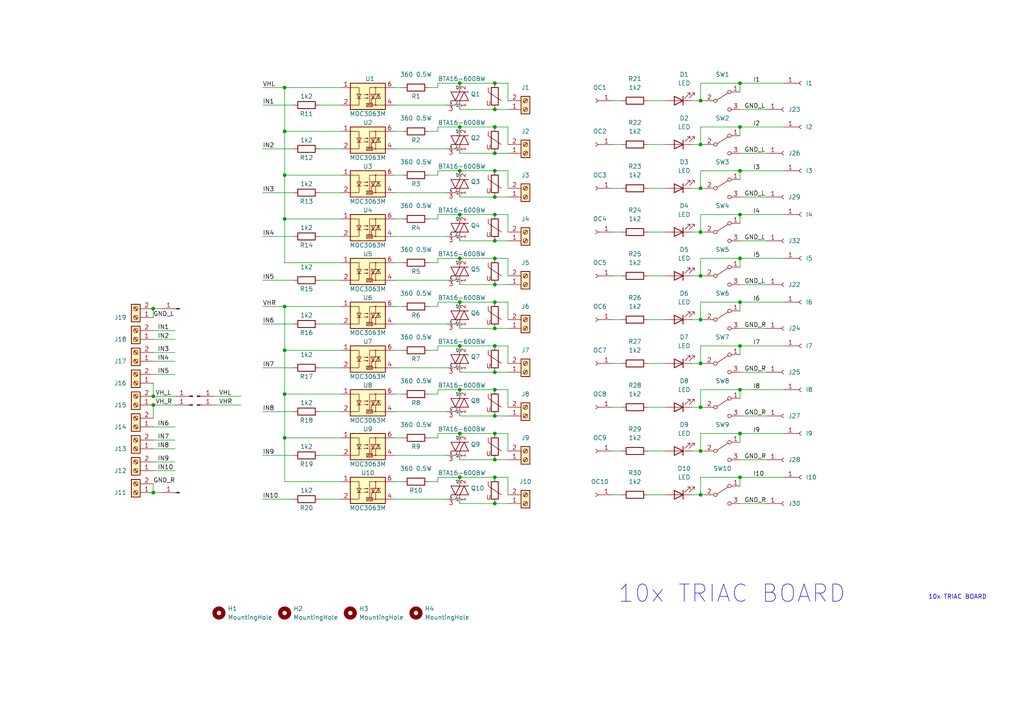
<source format=kicad_sch>
(kicad_sch (version 20211123) (generator eeschema)
  (paper "A4")
  (junction (at 143.51 62.23))
  (junction (at 214.63 62.23))
  (junction (at 143.51 107.95))
  (junction (at 214.63 36.83))
  (junction (at 203.2 118.11))
  (junction (at 44.45 117.475))
  (junction (at 143.51 133.35))
  (junction (at 214.63 125.73))
  (junction (at 143.51 95.25))
  (junction (at 143.51 69.85))
  (junction (at 44.45 89.535))
  (junction (at 133.35 24.13))
  (junction (at 82.55 50.8))
  (junction (at 214.63 74.93))
  (junction (at 133.35 36.83))
  (junction (at 133.35 138.43))
  (junction (at 143.51 146.05))
  (junction (at 133.35 100.33))
  (junction (at 203.2 67.31))
  (junction (at 214.63 49.53))
  (junction (at 203.2 92.71))
  (junction (at 214.63 87.63))
  (junction (at 44.45 142.875))
  (junction (at 203.2 80.01))
  (junction (at 82.55 114.3))
  (junction (at 82.55 127))
  (junction (at 133.35 62.23))
  (junction (at 214.63 113.03))
  (junction (at 143.51 82.55))
  (junction (at 143.51 138.43))
  (junction (at 143.51 113.03))
  (junction (at 133.35 87.63))
  (junction (at 203.2 130.81))
  (junction (at 82.55 63.5))
  (junction (at 82.55 101.6))
  (junction (at 143.51 31.75))
  (junction (at 214.63 138.43))
  (junction (at 143.51 36.83))
  (junction (at 143.51 100.33))
  (junction (at 203.2 143.51))
  (junction (at 203.2 54.61))
  (junction (at 214.63 100.33))
  (junction (at 143.51 120.65))
  (junction (at 203.2 29.21))
  (junction (at 203.2 41.91))
  (junction (at 133.35 49.53))
  (junction (at 143.51 74.93))
  (junction (at 82.55 25.4))
  (junction (at 143.51 24.13))
  (junction (at 143.51 44.45))
  (junction (at 44.45 114.935))
  (junction (at 133.35 113.03))
  (junction (at 143.51 125.73))
  (junction (at 143.51 49.53))
  (junction (at 82.55 38.1))
  (junction (at 203.2 105.41))
  (junction (at 143.51 57.15))
  (junction (at 214.63 24.13))
  (junction (at 143.51 87.63))
  (junction (at 133.35 74.93))
  (junction (at 133.35 125.73))
  (junction (at 82.55 88.9))
  (wire (pts (xy 143.51 133.35) (xy 147.32 133.35)))
  (wire (pts (xy 82.55 38.1) (xy 99.06 38.1)))
  (wire (pts (xy 214.63 74.93) (xy 203.2 74.93)))
  (wire (pts (xy 44.45 117.475) (xy 44.45 121.285)))
  (wire (pts (xy 127 49.53) (xy 133.35 49.53)))
  (wire (pts (xy 114.3 76.2) (xy 116.84 76.2)))
  (wire (pts (xy 127 36.83) (xy 133.35 36.83)))
  (wire (pts (xy 92.71 55.88) (xy 99.06 55.88)))
  (wire (pts (xy 133.35 125.73) (xy 143.51 125.73)))
  (wire (pts (xy 203.2 143.51) (xy 204.47 143.51)))
  (wire (pts (xy 76.2 43.18) (xy 85.09 43.18)))
  (wire (pts (xy 76.2 25.4) (xy 82.55 25.4)))
  (wire (pts (xy 133.35 62.23) (xy 143.51 62.23)))
  (wire (pts (xy 214.63 146.05) (xy 222.25 146.05)))
  (wire (pts (xy 133.35 82.55) (xy 143.51 82.55)))
  (wire (pts (xy 214.63 82.55) (xy 222.25 82.55)))
  (wire (pts (xy 147.32 74.93) (xy 147.32 80.01)))
  (wire (pts (xy 92.71 119.38) (xy 99.06 119.38)))
  (wire (pts (xy 124.46 25.4) (xy 127 25.4)))
  (wire (pts (xy 133.35 49.53) (xy 143.51 49.53)))
  (wire (pts (xy 214.63 49.53) (xy 227.33 49.53)))
  (wire (pts (xy 92.71 43.18) (xy 99.06 43.18)))
  (wire (pts (xy 124.46 76.2) (xy 127 76.2)))
  (wire (pts (xy 114.3 25.4) (xy 116.84 25.4)))
  (wire (pts (xy 143.51 113.03) (xy 147.32 113.03)))
  (wire (pts (xy 127 125.73) (xy 133.35 125.73)))
  (wire (pts (xy 147.32 125.73) (xy 147.32 130.81)))
  (wire (pts (xy 143.51 62.23) (xy 147.32 62.23)))
  (wire (pts (xy 114.3 106.68) (xy 129.54 106.68)))
  (wire (pts (xy 133.35 44.45) (xy 143.51 44.45)))
  (wire (pts (xy 44.45 104.775) (xy 50.8 104.775)))
  (wire (pts (xy 114.3 127) (xy 116.84 127)))
  (wire (pts (xy 143.51 24.13) (xy 147.32 24.13)))
  (wire (pts (xy 92.71 30.48) (xy 99.06 30.48)))
  (wire (pts (xy 44.45 102.235) (xy 50.8 102.235)))
  (wire (pts (xy 200.66 92.71) (xy 203.2 92.71)))
  (wire (pts (xy 143.51 44.45) (xy 147.32 44.45)))
  (wire (pts (xy 203.2 105.41) (xy 204.47 105.41)))
  (wire (pts (xy 92.71 68.58) (xy 99.06 68.58)))
  (wire (pts (xy 187.96 67.31) (xy 193.04 67.31)))
  (wire (pts (xy 127 62.23) (xy 133.35 62.23)))
  (wire (pts (xy 133.35 138.43) (xy 143.51 138.43)))
  (wire (pts (xy 214.63 120.65) (xy 222.25 120.65)))
  (wire (pts (xy 76.2 119.38) (xy 85.09 119.38)))
  (wire (pts (xy 82.55 63.5) (xy 82.55 76.2)))
  (wire (pts (xy 82.55 114.3) (xy 99.06 114.3)))
  (wire (pts (xy 44.45 98.425) (xy 50.8 98.425)))
  (wire (pts (xy 200.66 67.31) (xy 203.2 67.31)))
  (wire (pts (xy 124.46 127) (xy 127 127)))
  (wire (pts (xy 200.66 118.11) (xy 203.2 118.11)))
  (wire (pts (xy 82.55 50.8) (xy 99.06 50.8)))
  (wire (pts (xy 82.55 139.7) (xy 99.06 139.7)))
  (wire (pts (xy 133.35 113.03) (xy 143.51 113.03)))
  (wire (pts (xy 143.51 95.25) (xy 147.32 95.25)))
  (wire (pts (xy 133.35 120.65) (xy 143.51 120.65)))
  (wire (pts (xy 214.63 52.07) (xy 214.63 49.53)))
  (wire (pts (xy 76.2 30.48) (xy 85.09 30.48)))
  (wire (pts (xy 44.45 89.535) (xy 46.99 89.535)))
  (wire (pts (xy 147.32 49.53) (xy 147.32 54.61)))
  (wire (pts (xy 133.35 69.85) (xy 143.51 69.85)))
  (wire (pts (xy 177.8 105.41) (xy 180.34 105.41)))
  (wire (pts (xy 147.32 62.23) (xy 147.32 67.31)))
  (wire (pts (xy 114.3 101.6) (xy 116.84 101.6)))
  (wire (pts (xy 203.2 36.83) (xy 203.2 41.91)))
  (wire (pts (xy 214.63 62.23) (xy 227.33 62.23)))
  (wire (pts (xy 214.63 102.87) (xy 214.63 100.33)))
  (wire (pts (xy 44.45 117.475) (xy 50.8 117.475)))
  (wire (pts (xy 82.55 50.8) (xy 82.55 63.5)))
  (wire (pts (xy 177.8 67.31) (xy 180.34 67.31)))
  (wire (pts (xy 76.2 144.78) (xy 85.09 144.78)))
  (wire (pts (xy 82.55 114.3) (xy 82.55 127)))
  (wire (pts (xy 143.51 36.83) (xy 147.32 36.83)))
  (wire (pts (xy 187.96 54.61) (xy 193.04 54.61)))
  (wire (pts (xy 133.35 146.05) (xy 143.51 146.05)))
  (wire (pts (xy 62.23 114.935) (xy 69.85 114.935)))
  (wire (pts (xy 187.96 143.51) (xy 193.04 143.51)))
  (wire (pts (xy 127 76.2) (xy 127 74.93)))
  (wire (pts (xy 214.63 39.37) (xy 214.63 36.83)))
  (wire (pts (xy 143.51 74.93) (xy 147.32 74.93)))
  (wire (pts (xy 187.96 92.71) (xy 193.04 92.71)))
  (wire (pts (xy 76.2 81.28) (xy 85.09 81.28)))
  (wire (pts (xy 143.51 69.85) (xy 147.32 69.85)))
  (wire (pts (xy 82.55 88.9) (xy 82.55 101.6)))
  (wire (pts (xy 214.63 113.03) (xy 227.33 113.03)))
  (wire (pts (xy 133.35 74.93) (xy 143.51 74.93)))
  (wire (pts (xy 214.63 31.75) (xy 222.25 31.75)))
  (wire (pts (xy 147.32 24.13) (xy 147.32 29.21)))
  (wire (pts (xy 76.2 93.98) (xy 85.09 93.98)))
  (wire (pts (xy 203.2 29.21) (xy 204.47 29.21)))
  (wire (pts (xy 44.45 111.125) (xy 44.45 114.935)))
  (wire (pts (xy 133.35 36.83) (xy 143.51 36.83)))
  (wire (pts (xy 203.2 100.33) (xy 203.2 105.41)))
  (wire (pts (xy 124.46 139.7) (xy 127 139.7)))
  (wire (pts (xy 203.2 113.03) (xy 203.2 118.11)))
  (wire (pts (xy 147.32 36.83) (xy 147.32 41.91)))
  (wire (pts (xy 147.32 100.33) (xy 147.32 105.41)))
  (wire (pts (xy 127 113.03) (xy 133.35 113.03)))
  (wire (pts (xy 114.3 68.58) (xy 129.54 68.58)))
  (wire (pts (xy 92.71 106.68) (xy 99.06 106.68)))
  (wire (pts (xy 200.66 29.21) (xy 203.2 29.21)))
  (wire (pts (xy 214.63 62.23) (xy 203.2 62.23)))
  (wire (pts (xy 114.3 88.9) (xy 116.84 88.9)))
  (wire (pts (xy 214.63 24.13) (xy 227.33 24.13)))
  (wire (pts (xy 203.2 41.91) (xy 204.47 41.91)))
  (wire (pts (xy 214.63 87.63) (xy 227.33 87.63)))
  (wire (pts (xy 203.2 125.73) (xy 203.2 130.81)))
  (wire (pts (xy 143.51 146.05) (xy 147.32 146.05)))
  (wire (pts (xy 127 101.6) (xy 127 100.33)))
  (wire (pts (xy 82.55 63.5) (xy 99.06 63.5)))
  (wire (pts (xy 214.63 138.43) (xy 203.2 138.43)))
  (wire (pts (xy 44.45 133.985) (xy 50.8 133.985)))
  (wire (pts (xy 200.66 54.61) (xy 203.2 54.61)))
  (wire (pts (xy 143.51 57.15) (xy 147.32 57.15)))
  (wire (pts (xy 82.55 101.6) (xy 99.06 101.6)))
  (wire (pts (xy 147.32 138.43) (xy 147.32 143.51)))
  (wire (pts (xy 133.35 31.75) (xy 143.51 31.75)))
  (wire (pts (xy 203.2 138.43) (xy 203.2 143.51)))
  (wire (pts (xy 114.3 30.48) (xy 129.54 30.48)))
  (wire (pts (xy 124.46 101.6) (xy 127 101.6)))
  (wire (pts (xy 127 50.8) (xy 127 49.53)))
  (wire (pts (xy 203.2 80.01) (xy 204.47 80.01)))
  (wire (pts (xy 143.51 138.43) (xy 147.32 138.43)))
  (wire (pts (xy 114.3 132.08) (xy 129.54 132.08)))
  (wire (pts (xy 133.35 107.95) (xy 143.51 107.95)))
  (wire (pts (xy 214.63 125.73) (xy 203.2 125.73)))
  (wire (pts (xy 143.51 49.53) (xy 147.32 49.53)))
  (wire (pts (xy 127 74.93) (xy 133.35 74.93)))
  (wire (pts (xy 133.35 100.33) (xy 143.51 100.33)))
  (wire (pts (xy 203.2 54.61) (xy 204.47 54.61)))
  (wire (pts (xy 214.63 44.45) (xy 222.25 44.45)))
  (wire (pts (xy 203.2 74.93) (xy 203.2 80.01)))
  (wire (pts (xy 187.96 130.81) (xy 193.04 130.81)))
  (wire (pts (xy 114.3 93.98) (xy 129.54 93.98)))
  (wire (pts (xy 177.8 54.61) (xy 180.34 54.61)))
  (wire (pts (xy 143.51 125.73) (xy 147.32 125.73)))
  (wire (pts (xy 127 25.4) (xy 127 24.13)))
  (wire (pts (xy 187.96 41.91) (xy 193.04 41.91)))
  (wire (pts (xy 177.8 29.21) (xy 180.34 29.21)))
  (wire (pts (xy 203.2 24.13) (xy 203.2 29.21)))
  (wire (pts (xy 214.63 36.83) (xy 203.2 36.83)))
  (wire (pts (xy 114.3 144.78) (xy 129.54 144.78)))
  (wire (pts (xy 127 139.7) (xy 127 138.43)))
  (wire (pts (xy 82.55 76.2) (xy 99.06 76.2)))
  (wire (pts (xy 214.63 64.77) (xy 214.63 62.23)))
  (wire (pts (xy 44.45 136.525) (xy 50.8 136.525)))
  (wire (pts (xy 114.3 119.38) (xy 129.54 119.38)))
  (wire (pts (xy 143.51 107.95) (xy 147.32 107.95)))
  (wire (pts (xy 114.3 50.8) (xy 116.84 50.8)))
  (wire (pts (xy 214.63 140.97) (xy 214.63 138.43)))
  (wire (pts (xy 214.63 128.27) (xy 214.63 125.73)))
  (wire (pts (xy 133.35 57.15) (xy 143.51 57.15)))
  (wire (pts (xy 114.3 43.18) (xy 129.54 43.18)))
  (wire (pts (xy 214.63 133.35) (xy 222.25 133.35)))
  (wire (pts (xy 76.2 106.68) (xy 85.09 106.68)))
  (wire (pts (xy 187.96 29.21) (xy 193.04 29.21)))
  (wire (pts (xy 82.55 25.4) (xy 99.06 25.4)))
  (wire (pts (xy 82.55 88.9) (xy 99.06 88.9)))
  (wire (pts (xy 177.8 41.91) (xy 180.34 41.91)))
  (wire (pts (xy 187.96 105.41) (xy 193.04 105.41)))
  (wire (pts (xy 114.3 63.5) (xy 116.84 63.5)))
  (wire (pts (xy 177.8 92.71) (xy 180.34 92.71)))
  (wire (pts (xy 200.66 130.81) (xy 203.2 130.81)))
  (wire (pts (xy 62.23 117.475) (xy 69.85 117.475)))
  (wire (pts (xy 214.63 74.93) (xy 227.33 74.93)))
  (wire (pts (xy 76.2 55.88) (xy 85.09 55.88)))
  (wire (pts (xy 44.45 130.175) (xy 50.8 130.175)))
  (wire (pts (xy 200.66 105.41) (xy 203.2 105.41)))
  (wire (pts (xy 44.45 127.635) (xy 50.8 127.635)))
  (wire (pts (xy 214.63 90.17) (xy 214.63 87.63)))
  (wire (pts (xy 203.2 130.81) (xy 204.47 130.81)))
  (wire (pts (xy 203.2 49.53) (xy 203.2 54.61)))
  (wire (pts (xy 214.63 57.15) (xy 222.25 57.15)))
  (wire (pts (xy 127 38.1) (xy 127 36.83)))
  (wire (pts (xy 44.45 95.885) (xy 50.8 95.885)))
  (wire (pts (xy 124.46 114.3) (xy 127 114.3)))
  (wire (pts (xy 127 100.33) (xy 133.35 100.33)))
  (wire (pts (xy 147.32 87.63) (xy 147.32 92.71)))
  (wire (pts (xy 147.32 113.03) (xy 147.32 118.11)))
  (wire (pts (xy 143.51 87.63) (xy 147.32 87.63)))
  (wire (pts (xy 124.46 50.8) (xy 127 50.8)))
  (wire (pts (xy 203.2 92.71) (xy 204.47 92.71)))
  (wire (pts (xy 127 63.5) (xy 127 62.23)))
  (wire (pts (xy 214.63 49.53) (xy 203.2 49.53)))
  (wire (pts (xy 214.63 36.83) (xy 227.33 36.83)))
  (wire (pts (xy 214.63 100.33) (xy 227.33 100.33)))
  (wire (pts (xy 127 138.43) (xy 133.35 138.43)))
  (wire (pts (xy 143.51 100.33) (xy 147.32 100.33)))
  (wire (pts (xy 214.63 24.13) (xy 203.2 24.13)))
  (wire (pts (xy 214.63 87.63) (xy 203.2 87.63)))
  (wire (pts (xy 214.63 100.33) (xy 203.2 100.33)))
  (wire (pts (xy 82.55 127) (xy 99.06 127)))
  (wire (pts (xy 177.8 130.81) (xy 180.34 130.81)))
  (wire (pts (xy 124.46 38.1) (xy 127 38.1)))
  (wire (pts (xy 133.35 87.63) (xy 143.51 87.63)))
  (wire (pts (xy 82.55 101.6) (xy 82.55 114.3)))
  (wire (pts (xy 44.45 123.825) (xy 50.8 123.825)))
  (wire (pts (xy 177.8 118.11) (xy 180.34 118.11)))
  (wire (pts (xy 44.45 142.875) (xy 46.99 142.875)))
  (wire (pts (xy 200.66 41.91) (xy 203.2 41.91)))
  (wire (pts (xy 143.51 120.65) (xy 147.32 120.65)))
  (wire (pts (xy 114.3 114.3) (xy 116.84 114.3)))
  (wire (pts (xy 214.63 125.73) (xy 227.33 125.73)))
  (wire (pts (xy 214.63 95.25) (xy 222.25 95.25)))
  (wire (pts (xy 127 114.3) (xy 127 113.03)))
  (wire (pts (xy 44.45 89.535) (xy 44.45 92.075)))
  (wire (pts (xy 203.2 118.11) (xy 204.47 118.11)))
  (wire (pts (xy 177.8 143.51) (xy 180.34 143.51)))
  (wire (pts (xy 127 127) (xy 127 125.73)))
  (wire (pts (xy 214.63 69.85) (xy 222.25 69.85)))
  (wire (pts (xy 92.71 132.08) (xy 99.06 132.08)))
  (wire (pts (xy 76.2 132.08) (xy 85.09 132.08)))
  (wire (pts (xy 124.46 63.5) (xy 127 63.5)))
  (wire (pts (xy 114.3 55.88) (xy 129.54 55.88)))
  (wire (pts (xy 127 24.13) (xy 133.35 24.13)))
  (wire (pts (xy 133.35 133.35) (xy 143.51 133.35)))
  (wire (pts (xy 92.71 81.28) (xy 99.06 81.28)))
  (wire (pts (xy 187.96 118.11) (xy 193.04 118.11)))
  (wire (pts (xy 214.63 26.67) (xy 214.63 24.13)))
  (wire (pts (xy 143.51 31.75) (xy 147.32 31.75)))
  (wire (pts (xy 133.35 95.25) (xy 143.51 95.25)))
  (wire (pts (xy 187.96 80.01) (xy 193.04 80.01)))
  (wire (pts (xy 214.63 107.95) (xy 222.25 107.95)))
  (wire (pts (xy 44.45 140.335) (xy 44.45 142.875)))
  (wire (pts (xy 76.2 88.9) (xy 82.55 88.9)))
  (wire (pts (xy 177.8 80.01) (xy 180.34 80.01)))
  (wire (pts (xy 214.63 138.43) (xy 227.33 138.43)))
  (wire (pts (xy 127 87.63) (xy 133.35 87.63)))
  (wire (pts (xy 44.45 114.935) (xy 50.8 114.935)))
  (wire (pts (xy 114.3 38.1) (xy 116.84 38.1)))
  (wire (pts (xy 92.71 93.98) (xy 99.06 93.98)))
  (wire (pts (xy 82.55 127) (xy 82.55 139.7)))
  (wire (pts (xy 82.55 25.4) (xy 82.55 38.1)))
  (wire (pts (xy 203.2 67.31) (xy 204.47 67.31)))
  (wire (pts (xy 127 88.9) (xy 127 87.63)))
  (wire (pts (xy 200.66 143.51) (xy 203.2 143.51)))
  (wire (pts (xy 214.63 113.03) (xy 203.2 113.03)))
  (wire (pts (xy 133.35 24.13) (xy 143.51 24.13)))
  (wire (pts (xy 203.2 62.23) (xy 203.2 67.31)))
  (wire (pts (xy 143.51 82.55) (xy 147.32 82.55)))
  (wire (pts (xy 203.2 87.63) (xy 203.2 92.71)))
  (wire (pts (xy 114.3 139.7) (xy 116.84 139.7)))
  (wire (pts (xy 114.3 81.28) (xy 129.54 81.28)))
  (wire (pts (xy 200.66 80.01) (xy 203.2 80.01)))
  (wire (pts (xy 214.63 115.57) (xy 214.63 113.03)))
  (wire (pts (xy 76.2 68.58) (xy 85.09 68.58)))
  (wire (pts (xy 92.71 144.78) (xy 99.06 144.78)))
  (wire (pts (xy 214.63 77.47) (xy 214.63 74.93)))
  (wire (pts (xy 124.46 88.9) (xy 127 88.9)))
  (wire (pts (xy 82.55 38.1) (xy 82.55 50.8)))
  (wire (pts (xy 44.45 108.585) (xy 50.8 108.585)))
  (text "10x TRIAC BOARD" (at 179.07 175.26 0) (effects (font (size 5 5)) (justify left bottom)))
  (text "10x TRIAC BOARD" (at 269.24 173.99 0) (effects (font (size 1.27 1.27)) (justify left bottom)))
  (label "IN9" (at 45.72 133.985 0))
  (label "IN8" (at 76.2 119.38 0))
  (label "GND_R" (at 215.9 95.25 0))
  (label "VH_L" (at 45.085 114.935 0))
  (label "IN2" (at 76.2 43.18 0))
  (label "IN1" (at 76.2 30.48 0))
  (label "GND_L" (at 215.9 44.45 0))
  (label "VHR" (at 63.5 117.475 0))
  (label "IN4" (at 45.72 104.775 0))
  (label "IN8" (at 45.72 130.175 0))
  (label "GND_L" (at 44.45 92.075 0))
  (label "GND_L" (at 215.9 57.15 0))
  (label "IN5" (at 45.72 108.585 0))
  (label "I5" (at 218.44 74.93 0))
  (label "I1" (at 218.44 24.13 0))
  (label "IN10" (at 76.2 144.78 0))
  (label "GND_L" (at 215.9 31.75 0))
  (label "I4" (at 218.44 62.23 0))
  (label "I7" (at 218.44 100.33 0))
  (label "IN3" (at 45.72 102.235 0))
  (label "I3" (at 218.44 49.53 0))
  (label "GND_L" (at 215.9 69.85 0))
  (label "GND_R" (at 44.45 140.335 0))
  (label "I10" (at 218.44 138.43 0))
  (label "IN10" (at 45.72 136.525 0))
  (label "GND_R" (at 215.9 107.95 0))
  (label "IN2" (at 45.72 98.425 0))
  (label "IN6" (at 45.72 123.825 0))
  (label "IN3" (at 76.2 55.88 0))
  (label "GND_R" (at 215.9 133.35 0))
  (label "IN7" (at 45.72 127.635 0))
  (label "GND_R" (at 215.9 120.65 0))
  (label "VHR" (at 76.2 88.9 0))
  (label "GND_R" (at 215.9 146.05 0))
  (label "I2" (at 218.44 36.83 0))
  (label "IN7" (at 76.2 106.68 0))
  (label "VHL" (at 76.2 25.4 0))
  (label "VHL" (at 63.5 114.935 0))
  (label "IN6" (at 76.2 93.98 0))
  (label "I8" (at 218.44 113.03 0))
  (label "VH_R" (at 45.085 117.475 0))
  (label "IN1" (at 45.72 95.885 0))
  (label "I9" (at 218.44 125.73 0))
  (label "IN4" (at 76.2 68.58 0))
  (label "I6" (at 218.44 87.63 0))
  (label "IN5" (at 76.2 81.28 0))
  (label "IN9" (at 76.2 132.08 0))
  (label "GND_L" (at 215.9 82.55 0))
  (symbol (lib_id "Device:Varistor") (at 143.51 104.14 0) (unit 1)
    (property "Reference" "RV7" (effects hide))
    (property "Value" "275V" (effects hide))
    (property "Footprint" "Varistor:RV_Disc_D9mm_W4.2mm_P5mm" (effects hide))
  )
  (symbol (lib_id "Connector:Conn_01x01_Male") (at 55.88 117.475 180) (unit 1)
    (property "Reference" "J33" (effects hide))
    (property "Value" "Conn_01x01_Male" (effects hide))
    (property "Footprint" "Connector_Pin:Pin_D1.3mm_L11.0mm" (effects hide))
  )
  (symbol (lib_id "Connector:Screw_Terminal_01x02") (at 39.37 111.125 180) (unit 1)
    (property "Reference" "J16" (at 34.925 111.125 0))
    (property "Value" "Screw_Terminal_01x02" (effects hide))
    (property "Footprint" "TerminalBlock_Phoenix:TerminalBlock_Phoenix_MKDS-1,5-2_1x02_P5.00mm_Horizontal" (effects hide))
  )
  (symbol (lib_id "Device:R") (at 184.15 105.41 90) (unit 1)
    (property "Reference" "R27" (at 184.15 99.06 90))
    (property "Value" "1k2" (at 184.15 101.6 90))
    (property "Footprint" "Resistor_THT:R_Axial_DIN0207_L6.3mm_D2.5mm_P7.62mm_Horizontal" (effects hide))
  )
  (symbol (lib_id "Connector:Screw_Terminal_01x02") (at 152.4 107.95 0) (mirror x) (unit 1)
    (property "Reference" "J7" (at 152.4 101.6 0))
    (property "Value" "Screw_Terminal_01x02" (effects hide))
    (property "Footprint" "TerminalBlock_Phoenix:TerminalBlock_Phoenix_MKDS-1,5-2_1x02_P5.00mm_Horizontal" (effects hide))
  )
  (symbol (lib_id "Connector:Conn_01x01_Female") (at 232.41 113.03 0) (unit 1)
    (property "Reference" "I8" (at 233.68 113.0299 0) (effects (justify left)))
    (property "Value" "Conn_01x01_Female" (effects hide))
    (property "Footprint" "Connector_Wire:SolderWire-0.5sqmm_1x01_D0.9mm_OD2.3mm" (effects hide))
  )
  (symbol (lib_id "Relay_SolidState:MOC3063M") (at 106.68 116.84 0) (unit 1)
    (property "Reference" "U8" (at 106.68 111.76 0))
    (property "Value" "MOC3063M" (at 106.68 121.92 0))
    (property "Footprint" "Package_DIP:DIP-6_W7.62mm" (effects hide))
    (property "Datasheet" "https://www.onsemi.com/pub/Collateral/MOC3163M-D.pdf" (effects hide))
  )
  (symbol (lib_id "Triac_Thyristor:BTA16-600BW") (at 133.35 129.54 0) (unit 1)
    (property "Reference" "Q9" (at 136.525 128.905 0) (effects (justify left)))
    (property "Value" "BTA16-600BW" (at 127 124.46 0) (effects (justify left)))
    (property "Footprint" "triac-board:TO-220-3_Vertical_Staggered" (effects hide))
    (property "Datasheet" "https://www.st.com/resource/en/datasheet/bta16.pdf" (effects hide))
  )
  (symbol (lib_id "Device:R") (at 184.15 41.91 90) (unit 1)
    (property "Reference" "R22" (at 184.15 35.56 90))
    (property "Value" "1k2" (at 184.15 38.1 90))
    (property "Footprint" "Resistor_THT:R_Axial_DIN0207_L6.3mm_D2.5mm_P7.62mm_Horizontal" (effects hide))
  )
  (symbol (lib_id "Relay_SolidState:MOC3063M") (at 106.68 27.94 0) (unit 1)
    (property "Reference" "U1" (at 107.315 22.86 0))
    (property "Value" "MOC3063M" (at 106.68 33.02 0))
    (property "Footprint" "Package_DIP:DIP-6_W7.62mm" (effects hide))
    (property "Datasheet" "https://www.onsemi.com/pub/Collateral/MOC3163M-D.pdf" (effects hide))
  )
  (symbol (lib_id "Connector:Conn_01x01_Female") (at 227.33 57.15 0) (unit 1)
    (property "Reference" "J29" (at 228.6 57.1499 0) (effects (justify left)))
    (property "Value" "Conn_01x01_Female" (effects hide))
    (property "Footprint" "Connector_Wire:SolderWire-0.5sqmm_1x01_D0.9mm_OD2.3mm" (effects hide))
  )
  (symbol (lib_id "Device:R") (at 88.9 30.48 90) (unit 1)
    (property "Reference" "R11" (at 88.9 33.02 90))
    (property "Value" "1k2" (at 88.9 27.94 90))
    (property "Footprint" "Resistor_THT:R_Axial_DIN0207_L6.3mm_D2.5mm_P10.16mm_Horizontal" (effects hide))
  )
  (symbol (lib_id "Connector:Screw_Terminal_01x02") (at 152.4 31.75 0) (mirror x) (unit 1)
    (property "Reference" "J1" (at 152.4 25.4 0))
    (property "Value" "Screw_Terminal_01x02" (effects hide))
    (property "Footprint" "TerminalBlock_Phoenix:TerminalBlock_Phoenix_MKDS-1,5-2_1x02_P5.00mm_Horizontal" (effects hide))
  )
  (symbol (lib_id "Device:R") (at 120.65 76.2 90) (unit 1)
    (property "Reference" "R5" (at 120.65 78.74 90))
    (property "Value" "360 0.5W" (at 120.65 72.39 90))
    (property "Footprint" "Resistor_THT:R_Axial_DIN0309_L9.0mm_D3.2mm_P20.32mm_Horizontal" (effects hide))
  )
  (symbol (lib_id "Switch:SW_SPDT") (at 209.55 130.81 0) (unit 1)
    (property "Reference" "SW9" (at 209.55 123.19 0))
    (property "Value" "SW_SPDT" (effects hide))
    (property "Footprint" "Connector_PinHeader_2.54mm:PinHeader_1x03_P2.54mm_Vertical" (effects hide))
  )
  (symbol (lib_id "Device:R") (at 88.9 81.28 90) (unit 1)
    (property "Reference" "R15" (at 88.9 83.82 90))
    (property "Value" "1k2" (at 88.9 77.47 90))
    (property "Footprint" "Resistor_THT:R_Axial_DIN0207_L6.3mm_D2.5mm_P10.16mm_Horizontal" (effects hide))
  )
  (symbol (lib_id "Connector:Conn_01x01_Male") (at 55.88 114.935 180) (unit 1)
    (property "Reference" "J31" (effects hide))
    (property "Value" "Conn_01x01_Male" (effects hide))
    (property "Footprint" "Connector_Pin:Pin_D1.3mm_L11.0mm" (effects hide))
  )
  (symbol (lib_id "Connector:Screw_Terminal_01x02") (at 39.37 98.425 180) (unit 1)
    (property "Reference" "J18" (at 34.925 98.425 0))
    (property "Value" "Screw_Terminal_01x02" (effects hide))
    (property "Footprint" "TerminalBlock_Phoenix:TerminalBlock_Phoenix_MKDS-1,5-2_1x02_P5.00mm_Horizontal" (effects hide))
  )
  (symbol (lib_id "Mechanical:MountingHole") (at 82.55 177.8 0) (unit 1)
    (property "Reference" "H2" (at 85.09 176.5299 0) (effects (justify left)))
    (property "Value" "MountingHole" (at 85.09 179.0699 0) (effects (justify left)))
    (property "Footprint" "MountingHole:MountingHole_3.2mm_M3" (effects hide))
  )
  (symbol (lib_id "Device:R") (at 184.15 67.31 90) (unit 1)
    (property "Reference" "R24" (at 184.15 60.96 90))
    (property "Value" "1k2" (at 184.15 63.5 90))
    (property "Footprint" "Resistor_THT:R_Axial_DIN0207_L6.3mm_D2.5mm_P7.62mm_Horizontal" (effects hide))
  )
  (symbol (lib_id "Connector:Conn_01x01_Female") (at 172.72 41.91 180) (unit 1)
    (property "Reference" "OC2" (at 173.99 38.1 0))
    (property "Value" "Conn_01x01_Female" (effects hide))
    (property "Footprint" "Connector_Wire:SolderWire-0.5sqmm_1x01_D0.9mm_OD2.3mm" (effects hide))
  )
  (symbol (lib_id "Connector:Conn_01x01_Female") (at 227.33 133.35 0) (unit 1)
    (property "Reference" "J28" (at 228.6 133.3499 0) (effects (justify left)))
    (property "Value" "Conn_01x01_Female" (effects hide))
    (property "Footprint" "Connector_Wire:SolderWire-0.5sqmm_1x01_D0.9mm_OD2.3mm" (effects hide))
  )
  (symbol (lib_id "Triac_Thyristor:BTA16-600BW") (at 133.35 104.14 0) (unit 1)
    (property "Reference" "Q7" (at 136.525 103.505 0) (effects (justify left)))
    (property "Value" "BTA16-600BW" (at 127 99.06 0) (effects (justify left)))
    (property "Footprint" "triac-board:TO-220-3_Vertical_Staggered" (effects hide))
    (property "Datasheet" "https://www.st.com/resource/en/datasheet/bta16.pdf" (effects hide))
  )
  (symbol (lib_id "Connector:Conn_01x01_Female") (at 232.41 49.53 0) (unit 1)
    (property "Reference" "I3" (at 233.68 49.5299 0) (effects (justify left)))
    (property "Value" "Conn_01x01_Female" (effects hide))
    (property "Footprint" "Connector_Wire:SolderWire-0.5sqmm_1x01_D0.9mm_OD2.3mm" (effects hide))
  )
  (symbol (lib_id "Connector:Screw_Terminal_01x02") (at 152.4 82.55 0) (mirror x) (unit 1)
    (property "Reference" "J5" (at 152.4 76.2 0))
    (property "Value" "Screw_Terminal_01x02" (effects hide))
    (property "Footprint" "TerminalBlock_Phoenix:TerminalBlock_Phoenix_MKDS-1,5-2_1x02_P5.00mm_Horizontal" (effects hide))
  )
  (symbol (lib_id "Relay_SolidState:MOC3063M") (at 106.68 129.54 0) (unit 1)
    (property "Reference" "U9" (at 106.68 124.46 0))
    (property "Value" "MOC3063M" (at 106.68 134.62 0))
    (property "Footprint" "Package_DIP:DIP-6_W7.62mm" (effects hide))
    (property "Datasheet" "https://www.onsemi.com/pub/Collateral/MOC3163M-D.pdf" (effects hide))
  )
  (symbol (lib_id "Switch:SW_SPDT") (at 209.55 143.51 0) (unit 1)
    (property "Reference" "SW10" (at 209.55 135.89 0))
    (property "Value" "SW_SPDT" (effects hide))
    (property "Footprint" "Connector_PinHeader_2.54mm:PinHeader_1x03_P2.54mm_Vertical" (effects hide))
  )
  (symbol (lib_id "Connector:Conn_01x01_Female") (at 227.33 31.75 0) (unit 1)
    (property "Reference" "J23" (at 228.6 31.7499 0) (effects (justify left)))
    (property "Value" "Conn_01x01_Female" (effects hide))
    (property "Footprint" "Connector_Wire:SolderWire-0.5sqmm_1x01_D0.9mm_OD2.3mm" (effects hide))
  )
  (symbol (lib_id "Connector:Conn_01x01_Female") (at 232.41 138.43 0) (unit 1)
    (property "Reference" "I10" (at 233.68 138.4299 0) (effects (justify left)))
    (property "Value" "Conn_01x01_Female" (effects hide))
    (property "Footprint" "Connector_Wire:SolderWire-0.5sqmm_1x01_D0.9mm_OD2.3mm" (effects hide))
  )
  (symbol (lib_id "Device:R") (at 184.15 143.51 90) (unit 1)
    (property "Reference" "R30" (at 184.15 137.16 90))
    (property "Value" "1k2" (at 184.15 139.7 90))
    (property "Footprint" "Resistor_THT:R_Axial_DIN0207_L6.3mm_D2.5mm_P7.62mm_Horizontal" (effects hide))
  )
  (symbol (lib_id "Device:R") (at 120.65 50.8 90) (unit 1)
    (property "Reference" "R3" (at 120.65 53.34 90))
    (property "Value" "360 0.5W" (at 120.65 46.99 90))
    (property "Footprint" "Resistor_THT:R_Axial_DIN0309_L9.0mm_D3.2mm_P20.32mm_Horizontal" (effects hide))
  )
  (symbol (lib_id "Mechanical:MountingHole") (at 120.65 177.8 0) (unit 1)
    (property "Reference" "H4" (at 123.19 176.5299 0) (effects (justify left)))
    (property "Value" "MountingHole" (at 123.19 179.0699 0) (effects (justify left)))
    (property "Footprint" "MountingHole:MountingHole_3.2mm_M3" (effects hide))
  )
  (symbol (lib_id "Connector:Screw_Terminal_01x02") (at 152.4 44.45 0) (mirror x) (unit 1)
    (property "Reference" "J2" (at 152.4 38.1 0))
    (property "Value" "Screw_Terminal_01x02" (effects hide))
    (property "Footprint" "TerminalBlock_Phoenix:TerminalBlock_Phoenix_MKDS-1,5-2_1x02_P5.00mm_Horizontal" (effects hide))
  )
  (symbol (lib_id "Switch:SW_SPDT") (at 209.55 118.11 0) (unit 1)
    (property "Reference" "SW8" (at 209.55 110.49 0))
    (property "Value" "SW_SPDT" (effects hide))
    (property "Footprint" "Connector_PinHeader_2.54mm:PinHeader_1x03_P2.54mm_Vertical" (effects hide))
  )
  (symbol (lib_id "Device:R") (at 184.15 92.71 90) (unit 1)
    (property "Reference" "R26" (at 184.15 86.36 90))
    (property "Value" "1k2" (at 184.15 88.9 90))
    (property "Footprint" "Resistor_THT:R_Axial_DIN0207_L6.3mm_D2.5mm_P7.62mm_Horizontal" (effects hide))
  )
  (symbol (lib_id "Connector:Screw_Terminal_01x02") (at 152.4 120.65 0) (mirror x) (unit 1)
    (property "Reference" "J8" (at 152.4 114.3 0))
    (property "Value" "Screw_Terminal_01x02" (effects hide))
    (property "Footprint" "TerminalBlock_Phoenix:TerminalBlock_Phoenix_MKDS-1,5-2_1x02_P5.00mm_Horizontal" (effects hide))
  )
  (symbol (lib_id "Device:R") (at 120.65 127 90) (unit 1)
    (property "Reference" "R9" (at 120.65 129.54 90))
    (property "Value" "360 0.5W" (at 120.65 123.19 90))
    (property "Footprint" "Resistor_THT:R_Axial_DIN0309_L9.0mm_D3.2mm_P20.32mm_Horizontal" (effects hide))
  )
  (symbol (lib_id "Switch:SW_SPDT") (at 209.55 54.61 0) (unit 1)
    (property "Reference" "SW3" (at 209.55 46.99 0))
    (property "Value" "SW_SPDT" (effects hide))
    (property "Footprint" "Connector_PinHeader_2.54mm:PinHeader_1x03_P2.54mm_Vertical" (effects hide))
  )
  (symbol (lib_id "Triac_Thyristor:BTA16-600BW") (at 133.35 66.04 0) (unit 1)
    (property "Reference" "Q4" (at 136.525 65.405 0) (effects (justify left)))
    (property "Value" "BTA16-600BW" (at 127 60.96 0) (effects (justify left)))
    (property "Footprint" "triac-board:TO-220-3_Vertical_Staggered" (effects hide))
    (property "Datasheet" "https://www.st.com/resource/en/datasheet/bta16.pdf" (effects hide))
  )
  (symbol (lib_id "Device:R") (at 184.15 130.81 90) (unit 1)
    (property "Reference" "R29" (at 184.15 124.46 90))
    (property "Value" "1k2" (at 184.15 127 90))
    (property "Footprint" "Resistor_THT:R_Axial_DIN0207_L6.3mm_D2.5mm_P7.62mm_Horizontal" (effects hide))
  )
  (symbol (lib_id "Device:R") (at 88.9 93.98 90) (unit 1)
    (property "Reference" "R16" (at 88.9 96.52 90))
    (property "Value" "1k2" (at 88.9 91.44 90))
    (property "Footprint" "Resistor_THT:R_Axial_DIN0207_L6.3mm_D2.5mm_P10.16mm_Horizontal" (effects hide))
  )
  (symbol (lib_id "Connector:Screw_Terminal_01x02") (at 39.37 123.825 180) (unit 1)
    (property "Reference" "J14" (at 34.925 123.825 0))
    (property "Value" "Screw_Terminal_01x02" (effects hide))
    (property "Footprint" "TerminalBlock_Phoenix:TerminalBlock_Phoenix_MKDS-1,5-2_1x02_P5.00mm_Horizontal" (effects hide))
  )
  (symbol (lib_id "Switch:SW_SPDT") (at 209.55 29.21 0) (unit 1)
    (property "Reference" "SW1" (at 209.55 21.59 0))
    (property "Value" "SW_SPDT" (effects hide))
    (property "Footprint" "Connector_PinHeader_2.54mm:PinHeader_1x03_P2.54mm_Vertical" (effects hide))
  )
  (symbol (lib_id "Device:R") (at 120.65 63.5 90) (unit 1)
    (property "Reference" "R4" (at 120.65 66.04 90))
    (property "Value" "360 0.5W" (at 120.65 59.69 90))
    (property "Footprint" "Resistor_THT:R_Axial_DIN0309_L9.0mm_D3.2mm_P20.32mm_Horizontal" (effects hide))
  )
  (symbol (lib_id "Device:R") (at 88.9 55.88 90) (unit 1)
    (property "Reference" "R13" (at 88.9 58.42 90))
    (property "Value" "1k2" (at 88.9 53.34 90))
    (property "Footprint" "Resistor_THT:R_Axial_DIN0207_L6.3mm_D2.5mm_P10.16mm_Horizontal" (effects hide))
  )
  (symbol (lib_id "Device:LED") (at 196.85 130.81 180) (unit 1)
    (property "Reference" "D9" (at 198.4375 123.19 0))
    (property "Value" "LED" (at 198.4375 125.73 0))
    (property "Footprint" "LED_THT:LED_D3.0mm" (effects hide))
  )
  (symbol (lib_id "Switch:SW_SPDT") (at 209.55 67.31 0) (unit 1)
    (property "Reference" "SW4" (at 209.55 59.69 0))
    (property "Value" "SW_SPDT" (effects hide))
    (property "Footprint" "Connector_PinHeader_2.54mm:PinHeader_1x03_P2.54mm_Vertical" (effects hide))
  )
  (symbol (lib_id "Connector:Conn_01x01_Female") (at 172.72 29.21 180) (unit 1)
    (property "Reference" "OC1" (at 173.99 25.4 0))
    (property "Value" "Conn_01x01_Female" (effects hide))
    (property "Footprint" "Connector_Wire:SolderWire-0.5sqmm_1x01_D0.9mm_OD2.3mm" (effects hide))
  )
  (symbol (lib_id "Connector:Conn_01x01_Female") (at 227.33 69.85 0) (unit 1)
    (property "Reference" "J32" (at 228.6 69.8499 0) (effects (justify left)))
    (property "Value" "Conn_01x01_Female" (effects hide))
    (property "Footprint" "Connector_Wire:SolderWire-0.5sqmm_1x01_D0.9mm_OD2.3mm" (effects hide))
  )
  (symbol (lib_id "Connector:Conn_01x01_Female") (at 227.33 120.65 0) (unit 1)
    (property "Reference" "J27" (at 228.6 120.6499 0) (effects (justify left)))
    (property "Value" "Conn_01x01_Female" (effects hide))
    (property "Footprint" "Connector_Wire:SolderWire-0.5sqmm_1x01_D0.9mm_OD2.3mm" (effects hide))
  )
  (symbol (lib_id "Connector:Screw_Terminal_01x02") (at 152.4 57.15 0) (mirror x) (unit 1)
    (property "Reference" "J3" (at 152.4 50.8 0))
    (property "Value" "Screw_Terminal_01x02" (effects hide))
    (property "Footprint" "TerminalBlock_Phoenix:TerminalBlock_Phoenix_MKDS-1,5-2_1x02_P5.00mm_Horizontal" (effects hide))
  )
  (symbol (lib_id "Mechanical:MountingHole") (at 101.6 177.8 0) (unit 1)
    (property "Reference" "H3" (at 104.14 176.5299 0) (effects (justify left)))
    (property "Value" "MountingHole" (at 104.14 179.0699 0) (effects (justify left)))
    (property "Footprint" "MountingHole:MountingHole_3.2mm_M3" (effects hide))
  )
  (symbol (lib_id "Device:R") (at 184.15 80.01 90) (unit 1)
    (property "Reference" "R25" (at 184.15 73.66 90))
    (property "Value" "1k2" (at 184.15 76.2 90))
    (property "Footprint" "Resistor_THT:R_Axial_DIN0207_L6.3mm_D2.5mm_P7.62mm_Horizontal" (effects hide))
  )
  (symbol (lib_id "Relay_SolidState:MOC3063M") (at 106.68 40.64 0) (unit 1)
    (property "Reference" "U2" (at 106.68 35.56 0))
    (property "Value" "MOC3063M" (at 106.68 45.72 0))
    (property "Footprint" "Package_DIP:DIP-6_W7.62mm" (effects hide))
    (property "Datasheet" "https://www.onsemi.com/pub/Collateral/MOC3163M-D.pdf" (effects hide))
  )
  (symbol (lib_id "Switch:SW_SPDT") (at 209.55 105.41 0) (unit 1)
    (property "Reference" "SW7" (at 209.55 97.79 0))
    (property "Value" "SW_SPDT" (effects hide))
    (property "Footprint" "Connector_PinHeader_2.54mm:PinHeader_1x03_P2.54mm_Vertical" (effects hide))
  )
  (symbol (lib_id "Device:R") (at 88.9 144.78 90) (unit 1)
    (property "Reference" "R20" (at 88.9 147.32 90))
    (property "Value" "1k2" (at 88.9 142.24 90))
    (property "Footprint" "Resistor_THT:R_Axial_DIN0207_L6.3mm_D2.5mm_P10.16mm_Horizontal" (effects hide))
  )
  (symbol (lib_id "Switch:SW_SPDT") (at 209.55 80.01 0) (unit 1)
    (property "Reference" "SW5" (at 209.55 72.39 0))
    (property "Value" "SW_SPDT" (effects hide))
    (property "Footprint" "Connector_PinHeader_2.54mm:PinHeader_1x03_P2.54mm_Vertical" (effects hide))
  )
  (symbol (lib_id "Connector:Conn_01x01_Male") (at 52.07 142.875 180) (unit 1)
    (property "Reference" "J21" (effects hide))
    (property "Value" "Conn_01x01_Male" (effects hide))
    (property "Footprint" "Connector_Pin:Pin_D1.3mm_L11.0mm" (effects hide))
  )
  (symbol (lib_id "Connector:Conn_01x01_Female") (at 172.72 143.51 180) (unit 1)
    (property "Reference" "OC10" (at 173.99 139.7 0))
    (property "Value" "Conn_01x01_Female" (effects hide))
    (property "Footprint" "Connector_Wire:SolderWire-0.5sqmm_1x01_D0.9mm_OD2.3mm" (effects hide))
  )
  (symbol (lib_id "Device:LED") (at 196.85 118.11 180) (unit 1)
    (property "Reference" "D8" (at 198.4375 110.49 0))
    (property "Value" "LED" (at 198.4375 113.03 0))
    (property "Footprint" "LED_THT:LED_D3.0mm" (effects hide))
  )
  (symbol (lib_id "Device:R") (at 88.9 68.58 90) (unit 1)
    (property "Reference" "R14" (at 88.9 71.12 90))
    (property "Value" "1k2" (at 88.9 66.04 90))
    (property "Footprint" "Resistor_THT:R_Axial_DIN0207_L6.3mm_D2.5mm_P10.16mm_Horizontal" (effects hide))
  )
  (symbol (lib_id "Device:Varistor") (at 143.51 116.84 0) (unit 1)
    (property "Reference" "RV8" (effects hide))
    (property "Value" "275V" (effects hide))
    (property "Footprint" "Varistor:RV_Disc_D9mm_W4.2mm_P5mm" (effects hide))
  )
  (symbol (lib_id "Connector:Screw_Terminal_01x02") (at 39.37 92.075 180) (unit 1)
    (property "Reference" "J19" (at 34.925 92.075 0))
    (property "Value" "Screw_Terminal_01x02" (effects hide))
    (property "Footprint" "TerminalBlock_Phoenix:TerminalBlock_Phoenix_MKDS-1,5-2_1x02_P5.00mm_Horizontal" (effects hide))
  )
  (symbol (lib_id "Connector:Conn_01x01_Female") (at 232.41 24.13 0) (unit 1)
    (property "Reference" "I1" (at 233.68 24.1299 0) (effects (justify left)))
    (property "Value" "Conn_01x01_Female" (effects hide))
    (property "Footprint" "Connector_Wire:SolderWire-0.5sqmm_1x01_D0.9mm_OD2.3mm" (effects hide))
  )
  (symbol (lib_id "Device:R") (at 120.65 101.6 90) (unit 1)
    (property "Reference" "R7" (at 120.65 104.14 90))
    (property "Value" "360 0.5W" (at 120.65 97.79 90))
    (property "Footprint" "Resistor_THT:R_Axial_DIN0309_L9.0mm_D3.2mm_P20.32mm_Horizontal" (effects hide))
  )
  (symbol (lib_id "Device:LED") (at 196.85 80.01 180) (unit 1)
    (property "Reference" "D5" (at 198.4375 72.39 0))
    (property "Value" "LED" (at 198.4375 74.93 0))
    (property "Footprint" "LED_THT:LED_D3.0mm" (effects hide))
  )
  (symbol (lib_id "Device:Varistor") (at 143.51 27.94 0) (unit 1)
    (property "Reference" "RV1" (effects hide))
    (property "Value" "275V" (effects hide))
    (property "Footprint" "Varistor:RV_Disc_D9mm_W4.2mm_P5mm" (effects hide))
  )
  (symbol (lib_id "Device:LED") (at 196.85 92.71 180) (unit 1)
    (property "Reference" "D6" (at 198.4375 85.09 0))
    (property "Value" "LED" (at 198.4375 87.63 0))
    (property "Footprint" "LED_THT:LED_D3.0mm" (effects hide))
  )
  (symbol (lib_id "Relay_SolidState:MOC3063M") (at 106.68 91.44 0) (unit 1)
    (property "Reference" "U6" (at 106.68 86.36 0))
    (property "Value" "MOC3063M" (at 106.68 96.52 0))
    (property "Footprint" "Package_DIP:DIP-6_W7.62mm" (effects hide))
    (property "Datasheet" "https://www.onsemi.com/pub/Collateral/MOC3163M-D.pdf" (effects hide))
  )
  (symbol (lib_id "Connector:Screw_Terminal_01x02") (at 39.37 130.175 180) (unit 1)
    (property "Reference" "J13" (at 34.925 130.175 0))
    (property "Value" "Screw_Terminal_01x02" (effects hide))
    (property "Footprint" "TerminalBlock_Phoenix:TerminalBlock_Phoenix_MKDS-1,5-2_1x02_P5.00mm_Horizontal" (effects hide))
  )
  (symbol (lib_id "Device:R") (at 120.65 38.1 90) (unit 1)
    (property "Reference" "R2" (at 120.65 40.64 90))
    (property "Value" "360 0.5W" (at 120.65 34.29 90))
    (property "Footprint" "Resistor_THT:R_Axial_DIN0309_L9.0mm_D3.2mm_P20.32mm_Horizontal" (effects hide))
  )
  (symbol (lib_id "Device:Varistor") (at 143.51 53.34 0) (unit 1)
    (property "Reference" "RV3" (effects hide))
    (property "Value" "275V" (effects hide))
    (property "Footprint" "Varistor:RV_Disc_D9mm_W4.2mm_P5mm" (effects hide))
  )
  (symbol (lib_id "Switch:SW_SPDT") (at 209.55 41.91 0) (unit 1)
    (property "Reference" "SW2" (at 209.55 34.29 0))
    (property "Value" "SW_SPDT" (effects hide))
    (property "Footprint" "Connector_PinHeader_2.54mm:PinHeader_1x03_P2.54mm_Vertical" (effects hide))
  )
  (symbol (lib_id "Connector:Screw_Terminal_01x02") (at 152.4 95.25 0) (mirror x) (unit 1)
    (property "Reference" "J6" (at 152.4 88.9 0))
    (property "Value" "Screw_Terminal_01x02" (effects hide))
    (property "Footprint" "TerminalBlock_Phoenix:TerminalBlock_Phoenix_MKDS-1,5-2_1x02_P5.00mm_Horizontal" (effects hide))
  )
  (symbol (lib_id "Connector:Conn_01x01_Female") (at 172.72 67.31 180) (unit 1)
    (property "Reference" "OC4" (at 173.99 63.5 0))
    (property "Value" "Conn_01x01_Female" (effects hide))
    (property "Footprint" "Connector_Wire:SolderWire-0.5sqmm_1x01_D0.9mm_OD2.3mm" (effects hide))
  )
  (symbol (lib_id "Connector:Conn_01x01_Female") (at 172.72 130.81 180) (unit 1)
    (property "Reference" "OC9" (at 173.99 127 0))
    (property "Value" "Conn_01x01_Female" (effects hide))
    (property "Footprint" "Connector_Wire:SolderWire-0.5sqmm_1x01_D0.9mm_OD2.3mm" (effects hide))
  )
  (symbol (lib_id "Connector:Conn_01x01_Female") (at 172.72 92.71 180) (unit 1)
    (property "Reference" "OC6" (at 173.99 88.9 0))
    (property "Value" "Conn_01x01_Female" (effects hide))
    (property "Footprint" "Connector_Wire:SolderWire-0.5sqmm_1x01_D0.9mm_OD2.3mm" (effects hide))
  )
  (symbol (lib_id "Connector:Conn_01x01_Female") (at 172.72 54.61 180) (unit 1)
    (property "Reference" "OC3" (at 173.99 50.8 0))
    (property "Value" "Conn_01x01_Female" (effects hide))
    (property "Footprint" "Connector_Wire:SolderWire-0.5sqmm_1x01_D0.9mm_OD2.3mm" (effects hide))
  )
  (symbol (lib_id "Connector:Conn_01x01_Male") (at 52.07 89.535 180) (unit 1)
    (property "Reference" "J20" (effects hide))
    (property "Value" "Conn_01x01_Male" (effects hide))
    (property "Footprint" "Connector_Pin:Pin_D1.3mm_L11.0mm" (effects hide))
  )
  (symbol (lib_id "Connector:Screw_Terminal_01x02") (at 152.4 69.85 0) (mirror x) (unit 1)
    (property "Reference" "J4" (at 152.4 63.5 0))
    (property "Value" "Screw_Terminal_01x02" (effects hide))
    (property "Footprint" "TerminalBlock_Phoenix:TerminalBlock_Phoenix_MKDS-1,5-2_1x02_P5.00mm_Horizontal" (effects hide))
  )
  (symbol (lib_id "Connector:Conn_01x01_Female") (at 232.41 36.83 0) (unit 1)
    (property "Reference" "I2" (at 233.68 36.8299 0) (effects (justify left)))
    (property "Value" "Conn_01x01_Female" (effects hide))
    (property "Footprint" "Connector_Wire:SolderWire-0.5sqmm_1x01_D0.9mm_OD2.3mm" (effects hide))
  )
  (symbol (lib_id "Connector:Conn_01x01_Female") (at 172.72 80.01 180) (unit 1)
    (property "Reference" "OC5" (at 173.99 76.2 0))
    (property "Value" "Conn_01x01_Female" (effects hide))
    (property "Footprint" "Connector_Wire:SolderWire-0.5sqmm_1x01_D0.9mm_OD2.3mm" (effects hide))
  )
  (symbol (lib_id "Device:LED") (at 196.85 143.51 180) (unit 1)
    (property "Reference" "D10" (at 198.4375 135.89 0))
    (property "Value" "LED" (at 198.4375 138.43 0))
    (property "Footprint" "LED_THT:LED_D3.0mm" (effects hide))
  )
  (symbol (lib_id "Triac_Thyristor:BTA16-600BW") (at 133.35 40.64 0) (unit 1)
    (property "Reference" "Q2" (at 136.525 40.005 0) (effects (justify left)))
    (property "Value" "BTA16-600BW" (at 127 35.56 0) (effects (justify left)))
    (property "Footprint" "triac-board:TO-220-3_Vertical_Staggered" (effects hide))
    (property "Datasheet" "https://www.st.com/resource/en/datasheet/bta16.pdf" (effects hide))
  )
  (symbol (lib_id "Connector:Screw_Terminal_01x02") (at 152.4 146.05 0) (mirror x) (unit 1)
    (property "Reference" "J10" (at 152.4 139.7 0))
    (property "Value" "Screw_Terminal_01x02" (effects hide))
    (property "Footprint" "TerminalBlock_Phoenix:TerminalBlock_Phoenix_MKDS-1,5-2_1x02_P5.00mm_Horizontal" (effects hide))
  )
  (symbol (lib_id "Device:Varistor") (at 143.51 142.24 0) (unit 1)
    (property "Reference" "RV10" (effects hide))
    (property "Value" "275V" (effects hide))
    (property "Footprint" "Varistor:RV_Disc_D9mm_W4.2mm_P5mm" (effects hide))
  )
  (symbol (lib_id "Connector:Conn_01x01_Female") (at 227.33 82.55 0) (unit 1)
    (property "Reference" "J22" (at 228.6 82.5499 0) (effects (justify left)))
    (property "Value" "Conn_01x01_Female" (effects hide))
    (property "Footprint" "Connector_Wire:SolderWire-0.5sqmm_1x01_D0.9mm_OD2.3mm" (effects hide))
  )
  (symbol (lib_id "Device:LED") (at 196.85 67.31 180) (unit 1)
    (property "Reference" "D4" (at 198.4375 59.69 0))
    (property "Value" "LED" (at 198.4375 62.23 0))
    (property "Footprint" "LED_THT:LED_D3.0mm" (effects hide))
  )
  (symbol (lib_id "Connector:Conn_01x01_Female") (at 227.33 146.05 0) (unit 1)
    (property "Reference" "J30" (at 228.6 146.0499 0) (effects (justify left)))
    (property "Value" "Conn_01x01_Female" (effects hide))
    (property "Footprint" "Connector_Wire:SolderWire-0.5sqmm_1x01_D0.9mm_OD2.3mm" (effects hide))
  )
  (symbol (lib_id "Relay_SolidState:MOC3063M") (at 106.68 142.24 0) (unit 1)
    (property "Reference" "U10" (at 106.68 137.16 0))
    (property "Value" "MOC3063M" (at 106.68 147.32 0))
    (property "Footprint" "Package_DIP:DIP-6_W7.62mm" (effects hide))
    (property "Datasheet" "https://www.onsemi.com/pub/Collateral/MOC3163M-D.pdf" (effects hide))
  )
  (symbol (lib_id "Connector:Screw_Terminal_01x02") (at 39.37 142.875 180) (unit 1)
    (property "Reference" "J11" (at 34.925 142.875 0))
    (property "Value" "Screw_Terminal_01x02" (effects hide))
    (property "Footprint" "TerminalBlock_Phoenix:TerminalBlock_Phoenix_MKDS-1,5-2_1x02_P5.00mm_Horizontal" (effects hide))
  )
  (symbol (lib_id "Connector:Conn_01x01_Male") (at 57.15 117.475 0) (unit 1)
    (property "Reference" "J35" (effects hide))
    (property "Value" "Conn_01x01_Male" (effects hide))
    (property "Footprint" "Connector_Pin:Pin_D1.3mm_L11.0mm" (effects hide))
  )
  (symbol (lib_id "Connector:Conn_01x01_Female") (at 232.41 125.73 0) (unit 1)
    (property "Reference" "I9" (at 233.68 125.7299 0) (effects (justify left)))
    (property "Value" "Conn_01x01_Female" (effects hide))
    (property "Footprint" "Connector_Wire:SolderWire-0.5sqmm_1x01_D0.9mm_OD2.3mm" (effects hide))
  )
  (symbol (lib_id "Device:Varistor") (at 143.51 129.54 0) (unit 1)
    (property "Reference" "RV9" (effects hide))
    (property "Value" "275V" (effects hide))
    (property "Footprint" "Varistor:RV_Disc_D9mm_W4.2mm_P5mm" (effects hide))
  )
  (symbol (lib_id "Device:R") (at 120.65 25.4 90) (unit 1)
    (property "Reference" "R1" (at 120.65 27.94 90))
    (property "Value" "360 0.5W" (at 120.65 21.59 90))
    (property "Footprint" "Resistor_THT:R_Axial_DIN0309_L9.0mm_D3.2mm_P20.32mm_Horizontal" (effects hide))
  )
  (symbol (lib_id "Relay_SolidState:MOC3063M") (at 106.68 104.14 0) (unit 1)
    (property "Reference" "U7" (at 106.68 99.06 0))
    (property "Value" "MOC3063M" (at 106.68 109.22 0))
    (property "Footprint" "Package_DIP:DIP-6_W7.62mm" (effects hide))
    (property "Datasheet" "https://www.onsemi.com/pub/Collateral/MOC3163M-D.pdf" (effects hide))
  )
  (symbol (lib_id "Triac_Thyristor:BTA16-600BW") (at 133.35 27.94 0) (unit 1)
    (property "Reference" "Q1" (at 136.525 27.305 0) (effects (justify left)))
    (property "Value" "BTA16-600BW" (at 127 22.86 0) (effects (justify left)))
    (property "Footprint" "triac-board:TO-220-3_Vertical_Staggered" (effects hide))
    (property "Datasheet" "https://www.st.com/resource/en/datasheet/bta16.pdf" (effects hide))
  )
  (symbol (lib_id "Device:R") (at 120.65 139.7 90) (unit 1)
    (property "Reference" "R10" (at 120.65 142.24 90))
    (property "Value" "360 0.5W" (at 120.65 135.89 90))
    (property "Footprint" "Resistor_THT:R_Axial_DIN0309_L9.0mm_D3.2mm_P20.32mm_Horizontal" (effects hide))
  )
  (symbol (lib_id "Device:R") (at 184.15 29.21 90) (unit 1)
    (property "Reference" "R21" (at 184.15 22.86 90))
    (property "Value" "1k2" (at 184.15 25.4 90))
    (property "Footprint" "Resistor_THT:R_Axial_DIN0207_L6.3mm_D2.5mm_P7.62mm_Horizontal" (effects hide))
  )
  (symbol (lib_id "Connector:Conn_01x01_Male") (at 57.15 114.935 0) (unit 1)
    (property "Reference" "J34" (effects hide))
    (property "Value" "Conn_01x01_Male" (effects hide))
    (property "Footprint" "Connector_Pin:Pin_D1.3mm_L11.0mm" (effects hide))
  )
  (symbol (lib_id "Device:R") (at 88.9 43.18 90) (unit 1)
    (property "Reference" "R12" (at 88.9 45.72 90))
    (property "Value" "1k2" (at 88.9 40.64 90))
    (property "Footprint" "Resistor_THT:R_Axial_DIN0207_L6.3mm_D2.5mm_P10.16mm_Horizontal" (effects hide))
  )
  (symbol (lib_id "Relay_SolidState:MOC3063M") (at 106.68 53.34 0) (unit 1)
    (property "Reference" "U3" (at 106.68 48.26 0))
    (property "Value" "MOC3063M" (at 106.68 58.42 0))
    (property "Footprint" "Package_DIP:DIP-6_W7.62mm" (effects hide))
    (property "Datasheet" "https://www.onsemi.com/pub/Collateral/MOC3163M-D.pdf" (effects hide))
  )
  (symbol (lib_id "Connector:Conn_01x01_Female") (at 227.33 44.45 0) (unit 1)
    (property "Reference" "J26" (at 228.6 44.4499 0) (effects (justify left)))
    (property "Value" "Conn_01x01_Female" (effects hide))
    (property "Footprint" "Connector_Wire:SolderWire-0.5sqmm_1x01_D0.9mm_OD2.3mm" (effects hide))
  )
  (symbol (lib_id "Connector:Conn_01x01_Female") (at 172.72 118.11 180) (unit 1)
    (property "Reference" "OC8" (at 173.99 114.3 0))
    (property "Value" "Conn_01x01_Female" (effects hide))
    (property "Footprint" "Connector_Wire:SolderWire-0.5sqmm_1x01_D0.9mm_OD2.3mm" (effects hide))
  )
  (symbol (lib_id "Triac_Thyristor:BTA16-600BW") (at 133.35 142.24 0) (unit 1)
    (property "Reference" "Q10" (at 136.525 141.605 0) (effects (justify left)))
    (property "Value" "BTA16-600BW" (at 127 137.16 0) (effects (justify left)))
    (property "Footprint" "triac-board:TO-220-3_Vertical_Staggered" (effects hide))
    (property "Datasheet" "https://www.st.com/resource/en/datasheet/bta16.pdf" (effects hide))
  )
  (symbol (lib_id "Device:R") (at 120.65 88.9 90) (unit 1)
    (property "Reference" "R6" (at 120.65 91.44 90))
    (property "Value" "360 0.5W" (at 120.65 85.09 90))
    (property "Footprint" "Resistor_THT:R_Axial_DIN0309_L9.0mm_D3.2mm_P20.32mm_Horizontal" (effects hide))
  )
  (symbol (lib_id "Device:LED") (at 196.85 29.21 180) (unit 1)
    (property "Reference" "D1" (at 198.4375 21.59 0))
    (property "Value" "LED" (at 198.4375 24.13 0))
    (property "Footprint" "LED_THT:LED_D3.0mm" (effects hide))
  )
  (symbol (lib_id "Device:Varistor") (at 143.51 66.04 0) (unit 1)
    (property "Reference" "RV4" (effects hide))
    (property "Value" "275V" (effects hide))
    (property "Footprint" "Varistor:RV_Disc_D9mm_W4.2mm_P5mm" (effects hide))
  )
  (symbol (lib_id "Connector:Screw_Terminal_01x02") (at 152.4 133.35 0) (mirror x) (unit 1)
    (property "Reference" "J9" (at 152.4 127 0))
    (property "Value" "Screw_Terminal_01x02" (effects hide))
    (property "Footprint" "TerminalBlock_Phoenix:TerminalBlock_Phoenix_MKDS-1,5-2_1x02_P5.00mm_Horizontal" (effects hide))
  )
  (symbol (lib_id "Connector:Conn_01x01_Female") (at 232.41 87.63 0) (unit 1)
    (property "Reference" "I6" (at 233.68 87.6299 0) (effects (justify left)))
    (property "Value" "Conn_01x01_Female" (effects hide))
    (property "Footprint" "Connector_Wire:SolderWire-0.5sqmm_1x01_D0.9mm_OD2.3mm" (effects hide))
  )
  (symbol (lib_id "Device:R") (at 88.9 106.68 90) (unit 1)
    (property "Reference" "R17" (at 88.9 109.22 90))
    (property "Value" "1k2" (at 88.9 102.87 90))
    (property "Footprint" "Resistor_THT:R_Axial_DIN0207_L6.3mm_D2.5mm_P10.16mm_Horizontal" (effects hide))
  )
  (symbol (lib_id "Device:R") (at 184.15 54.61 90) (unit 1)
    (property "Reference" "R23" (at 184.15 48.26 90))
    (property "Value" "1k2" (at 184.15 50.8 90))
    (property "Footprint" "Resistor_THT:R_Axial_DIN0207_L6.3mm_D2.5mm_P7.62mm_Horizontal" (effects hide))
  )
  (symbol (lib_id "Device:R") (at 184.15 118.11 90) (unit 1)
    (property "Reference" "R28" (at 184.15 111.76 90))
    (property "Value" "1k2" (at 184.15 114.3 90))
    (property "Footprint" "Resistor_THT:R_Axial_DIN0207_L6.3mm_D2.5mm_P7.62mm_Horizontal" (effects hide))
  )
  (symbol (lib_id "Device:R") (at 88.9 132.08 90) (unit 1)
    (property "Reference" "R19" (at 88.9 134.62 90))
    (property "Value" "1k2" (at 88.9 129.54 90))
    (property "Footprint" "Resistor_THT:R_Axial_DIN0207_L6.3mm_D2.5mm_P10.16mm_Horizontal" (effects hide))
  )
  (symbol (lib_id "Device:LED") (at 196.85 41.91 180) (unit 1)
    (property "Reference" "D2" (at 198.4375 34.29 0))
    (property "Value" "LED" (at 198.4375 36.83 0))
    (property "Footprint" "LED_THT:LED_D3.0mm" (effects hide))
  )
  (symbol (lib_id "Connector:Conn_01x01_Female") (at 232.41 100.33 0) (unit 1)
    (property "Reference" "I7" (at 233.68 100.3299 0) (effects (justify left)))
    (property "Value" "Conn_01x01_Female" (effects hide))
    (property "Footprint" "Connector_Wire:SolderWire-0.5sqmm_1x01_D0.9mm_OD2.3mm" (effects hide))
  )
  (symbol (lib_id "Device:Varistor") (at 143.51 40.64 0) (unit 1)
    (property "Reference" "RV2" (effects hide))
    (property "Value" "275V" (effects hide))
    (property "Footprint" "Varistor:RV_Disc_D9mm_W4.2mm_P5mm" (effects hide))
  )
  (symbol (lib_id "Connector:Screw_Terminal_01x02") (at 39.37 136.525 180) (unit 1)
    (property "Reference" "J12" (at 34.925 136.525 0))
    (property "Value" "Screw_Terminal_01x02" (effects hide))
    (property "Footprint" "TerminalBlock_Phoenix:TerminalBlock_Phoenix_MKDS-1,5-2_1x02_P5.00mm_Horizontal" (effects hide))
  )
  (symbol (lib_id "Connector:Conn_01x01_Female") (at 232.41 74.93 0) (unit 1)
    (property "Reference" "I5" (at 233.68 74.9299 0) (effects (justify left)))
    (property "Value" "Conn_01x01_Female" (effects hide))
    (property "Footprint" "Connector_Wire:SolderWire-0.5sqmm_1x01_D0.9mm_OD2.3mm" (effects hide))
  )
  (symbol (lib_id "Connector:Conn_01x01_Female") (at 172.72 105.41 180) (unit 1)
    (property "Reference" "OC7" (at 173.99 101.6 0))
    (property "Value" "Conn_01x01_Female" (effects hide))
    (property "Footprint" "Connector_Wire:SolderWire-0.5sqmm_1x01_D0.9mm_OD2.3mm" (effects hide))
  )
  (symbol (lib_id "Connector:Conn_01x01_Female") (at 232.41 62.23 0) (unit 1)
    (property "Reference" "I4" (at 233.68 62.2299 0) (effects (justify left)))
    (property "Value" "Conn_01x01_Female" (effects hide))
    (property "Footprint" "Connector_Wire:SolderWire-0.5sqmm_1x01_D0.9mm_OD2.3mm" (effects hide))
  )
  (symbol (lib_id "Mechanical:MountingHole") (at 63.5 177.8 0) (unit 1)
    (property "Reference" "H1" (at 66.04 176.5299 0) (effects (justify left)))
    (property "Value" "MountingHole" (at 66.04 179.0699 0) (effects (justify left)))
    (property "Footprint" "MountingHole:MountingHole_3.2mm_M3" (effects hide))
  )
  (symbol (lib_id "Triac_Thyristor:BTA16-600BW") (at 133.35 116.84 0) (unit 1)
    (property "Reference" "Q8" (at 136.525 116.205 0) (effects (justify left)))
    (property "Value" "BTA16-600BW" (at 127 111.76 0) (effects (justify left)))
    (property "Footprint" "triac-board:TO-220-3_Vertical_Staggered" (effects hide))
    (property "Datasheet" "https://www.st.com/resource/en/datasheet/bta16.pdf" (effects hide))
  )
  (symbol (lib_id "Connector:Screw_Terminal_01x02") (at 39.37 104.775 180) (unit 1)
    (property "Reference" "J17" (at 34.925 104.775 0))
    (property "Value" "Screw_Terminal_01x02" (effects hide))
    (property "Footprint" "TerminalBlock_Phoenix:TerminalBlock_Phoenix_MKDS-1,5-2_1x02_P5.00mm_Horizontal" (effects hide))
  )
  (symbol (lib_id "Triac_Thyristor:BTA16-600BW") (at 133.35 53.34 0) (unit 1)
    (property "Reference" "Q3" (at 136.525 52.705 0) (effects (justify left)))
    (property "Value" "BTA16-600BW" (at 127 48.26 0) (effects (justify left)))
    (property "Footprint" "triac-board:TO-220-3_Vertical_Staggered" (effects hide))
    (property "Datasheet" "https://www.st.com/resource/en/datasheet/bta16.pdf" (effects hide))
  )
  (symbol (lib_id "Device:LED") (at 196.85 105.41 180) (unit 1)
    (property "Reference" "D7" (at 198.4375 97.79 0))
    (property "Value" "LED" (at 198.4375 100.33 0))
    (property "Footprint" "LED_THT:LED_D3.0mm" (effects hide))
  )
  (symbol (lib_id "Device:Varistor") (at 143.51 78.74 0) (unit 1)
    (property "Reference" "RV5" (effects hide))
    (property "Value" "275V" (effects hide))
    (property "Footprint" "Varistor:RV_Disc_D9mm_W4.2mm_P5mm" (effects hide))
  )
  (symbol (lib_id "Connector:Conn_01x01_Female") (at 227.33 107.95 0) (unit 1)
    (property "Reference" "J25" (at 228.6 107.9499 0) (effects (justify left)))
    (property "Value" "Conn_01x01_Female" (effects hide))
    (property "Footprint" "Connector_Wire:SolderWire-0.5sqmm_1x01_D0.9mm_OD2.3mm" (effects hide))
  )
  (symbol (lib_id "Device:R") (at 120.65 114.3 90) (unit 1)
    (property "Reference" "R8" (at 120.65 116.84 90))
    (property "Value" "360 0.5W" (at 120.65 110.49 90))
    (property "Footprint" "Resistor_THT:R_Axial_DIN0309_L9.0mm_D3.2mm_P20.32mm_Horizontal" (effects hide))
  )
  (symbol (lib_id "Triac_Thyristor:BTA16-600BW") (at 133.35 91.44 0) (unit 1)
    (property "Reference" "Q6" (at 136.525 90.805 0) (effects (justify left)))
    (property "Value" "BTA16-600BW" (at 127 86.36 0) (effects (justify left)))
    (property "Footprint" "triac-board:TO-220-3_Vertical_Staggered" (effects hide))
    (property "Datasheet" "https://www.st.com/resource/en/datasheet/bta16.pdf" (effects hide))
  )
  (symbol (lib_id "Device:Varistor") (at 143.51 91.44 0) (unit 1)
    (property "Reference" "RV6" (effects hide))
    (property "Value" "275V" (effects hide))
    (property "Footprint" "Varistor:RV_Disc_D9mm_W4.2mm_P5mm" (effects hide))
  )
  (symbol (lib_id "Connector:Screw_Terminal_01x02") (at 39.37 117.475 180) (unit 1)
    (property "Reference" "J15" (at 34.925 117.475 0))
    (property "Value" "Screw_Terminal_01x02" (effects hide))
    (property "Footprint" "TerminalBlock_Phoenix:TerminalBlock_Phoenix_MKDS-1,5-2_1x02_P5.00mm_Horizontal" (effects hide))
  )
  (symbol (lib_id "Relay_SolidState:MOC3063M") (at 106.68 66.04 0) (unit 1)
    (property "Reference" "U4" (at 106.68 60.96 0))
    (property "Value" "MOC3063M" (at 106.68 71.12 0))
    (property "Footprint" "Package_DIP:DIP-6_W7.62mm" (effects hide))
    (property "Datasheet" "https://www.onsemi.com/pub/Collateral/MOC3163M-D.pdf" (effects hide))
  )
  (symbol (lib_id "Device:LED") (at 196.85 54.61 180) (unit 1)
    (property "Reference" "D3" (at 198.4375 46.99 0))
    (property "Value" "LED" (at 198.4375 49.53 0))
    (property "Footprint" "LED_THT:LED_D3.0mm" (effects hide))
  )
  (symbol (lib_id "Relay_SolidState:MOC3063M") (at 106.68 78.74 0) (unit 1)
    (property "Reference" "U5" (at 106.68 73.66 0))
    (property "Value" "MOC3063M" (at 106.68 83.82 0))
    (property "Footprint" "Package_DIP:DIP-6_W7.62mm" (effects hide))
    (property "Datasheet" "https://www.onsemi.com/pub/Collateral/MOC3163M-D.pdf" (effects hide))
  )
  (symbol (lib_id "Device:R") (at 88.9 119.38 90) (unit 1)
    (property "Reference" "R18" (at 88.9 121.92 90))
    (property "Value" "1k2" (at 88.9 116.84 90))
    (property "Footprint" "Resistor_THT:R_Axial_DIN0207_L6.3mm_D2.5mm_P10.16mm_Horizontal" (effects hide))
  )
  (symbol (lib_id "Switch:SW_SPDT") (at 209.55 92.71 0) (unit 1)
    (property "Reference" "SW6" (at 209.55 85.09 0))
    (property "Value" "SW_SPDT" (effects hide))
    (property "Footprint" "Connector_PinHeader_2.54mm:PinHeader_1x03_P2.54mm_Vertical" (effects hide))
  )
  (symbol (lib_id "Connector:Conn_01x01_Female") (at 227.33 95.25 0) (unit 1)
    (property "Reference" "J24" (at 228.6 95.2499 0) (effects (justify left)))
    (property "Value" "Conn_01x01_Female" (effects hide))
    (property "Footprint" "Connector_Wire:SolderWire-0.5sqmm_1x01_D0.9mm_OD2.3mm" (effects hide))
  )
  (symbol (lib_id "Triac_Thyristor:BTA16-600BW") (at 133.35 78.74 0) (unit 1)
    (property "Reference" "Q5" (at 136.525 78.105 0) (effects (justify left)))
    (property "Value" "BTA16-600BW" (at 127 73.66 0) (effects (justify left)))
    (property "Footprint" "triac-board:TO-220-3_Vertical_Staggered" (effects hide))
    (property "Datasheet" "https://www.st.com/resource/en/datasheet/bta16.pdf" (effects hide))
  )
)
</source>
